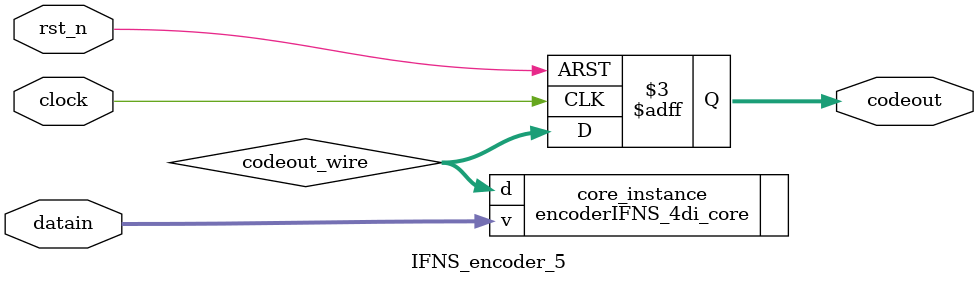
<source format=v>
module IFNS_encoder_5(
    input wire clock,
    input wire rst_n,
    input wire [3:0] datain,
    output reg [5:1] codeout
);

    wire [5:1] codeout_wire;

    encoderIFNS_4di_core core_instance(
        .v(datain),
        .d(codeout_wire)
    );

    //sync
    always @(posedge clock or negedge rst_n) begin
        if (~rst_n) begin
            codeout <= 0;
        end
        else begin
            codeout <= codeout_wire;
        end
    end

endmodule
</source>
